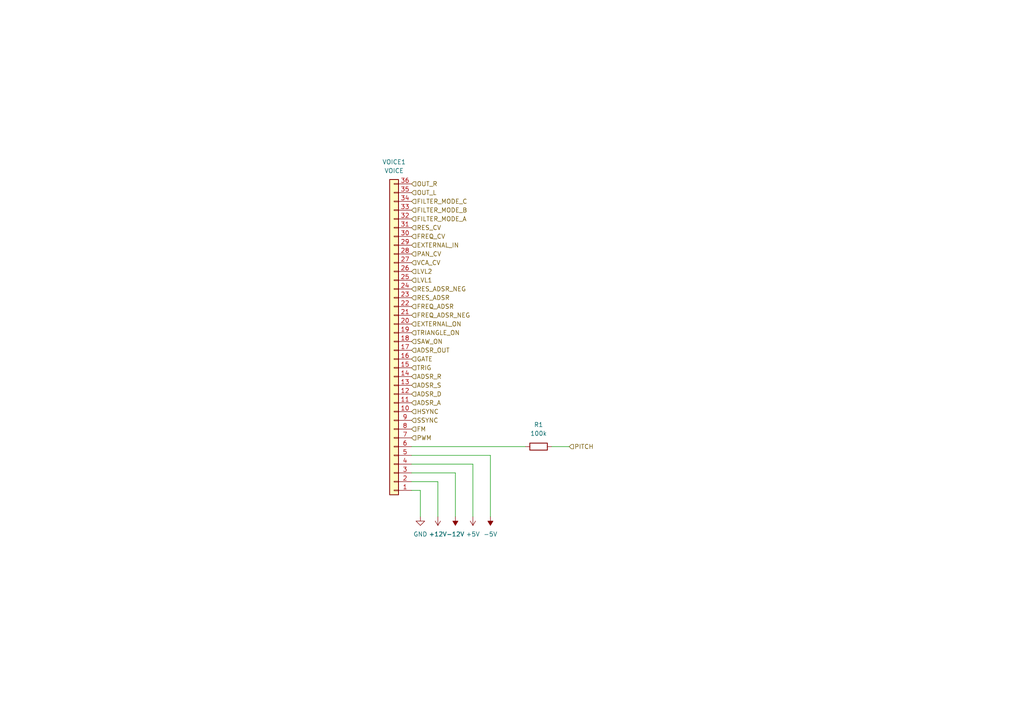
<source format=kicad_sch>
(kicad_sch (version 20230121) (generator eeschema)
  (paper "A4")
  (title_block (title "Polykit-X8 Mainboard") (date "2024-01-14") (rev "v0.0.2") (company "Jan Knipper") (comment 1 "github.com/polykit"))
  (lib_symbols
    (symbol "Connector_Generic:Conn_01x36" (pin_names (offset 1.016) hide)
      (property "Reference" "J" (at 0 45.72 0))
      (property "Value" "Conn_01x36" (at 0 -48.26 0))
      (symbol "Conn_01x36_1_1"
        (rectangle (start -1.27 -45.593) (end 0 -45.847) (stroke (width 0.1524)))
        (rectangle (start -1.27 -43.053) (end 0 -43.307) (stroke (width 0.1524)))
        (rectangle (start -1.27 -40.513) (end 0 -40.767) (stroke (width 0.1524)))
        (rectangle (start -1.27 -37.973) (end 0 -38.227) (stroke (width 0.1524)))
        (rectangle (start -1.27 -35.433) (end 0 -35.687) (stroke (width 0.1524)))
        (rectangle (start -1.27 -32.893) (end 0 -33.147) (stroke (width 0.1524)))
        (rectangle (start -1.27 -30.353) (end 0 -30.607) (stroke (width 0.1524)))
        (rectangle (start -1.27 -27.813) (end 0 -28.067) (stroke (width 0.1524)))
        (rectangle (start -1.27 -25.273) (end 0 -25.527) (stroke (width 0.1524)))
        (rectangle (start -1.27 -22.733) (end 0 -22.987) (stroke (width 0.1524)))
        (rectangle (start -1.27 -20.193) (end 0 -20.447) (stroke (width 0.1524)))
        (rectangle (start -1.27 -17.653) (end 0 -17.907) (stroke (width 0.1524)))
        (rectangle (start -1.27 -15.113) (end 0 -15.367) (stroke (width 0.1524)))
        (rectangle (start -1.27 -12.573) (end 0 -12.827) (stroke (width 0.1524)))
        (rectangle (start -1.27 -10.033) (end 0 -10.287) (stroke (width 0.1524)))
        (rectangle (start -1.27 -7.493) (end 0 -7.747) (stroke (width 0.1524)))
        (rectangle (start -1.27 -4.953) (end 0 -5.207) (stroke (width 0.1524)))
        (rectangle (start -1.27 -2.413) (end 0 -2.667) (stroke (width 0.1524)))
        (rectangle (start -1.27 0.127) (end 0 -0.127) (stroke (width 0.1524)))
        (rectangle (start -1.27 2.667) (end 0 2.413) (stroke (width 0.1524)))
        (rectangle (start -1.27 5.207) (end 0 4.953) (stroke (width 0.1524)))
        (rectangle (start -1.27 7.747) (end 0 7.493) (stroke (width 0.1524)))
        (rectangle (start -1.27 10.287) (end 0 10.033) (stroke (width 0.1524)))
        (rectangle (start -1.27 12.827) (end 0 12.573) (stroke (width 0.1524)))
        (rectangle (start -1.27 15.367) (end 0 15.113) (stroke (width 0.1524)))
        (rectangle (start -1.27 17.907) (end 0 17.653) (stroke (width 0.1524)))
        (rectangle (start -1.27 20.447) (end 0 20.193) (stroke (width 0.1524)))
        (rectangle (start -1.27 22.987) (end 0 22.733) (stroke (width 0.1524)))
        (rectangle (start -1.27 25.527) (end 0 25.273) (stroke (width 0.1524)))
        (rectangle (start -1.27 28.067) (end 0 27.813) (stroke (width 0.1524)))
        (rectangle (start -1.27 30.607) (end 0 30.353) (stroke (width 0.1524)))
        (rectangle (start -1.27 33.147) (end 0 32.893) (stroke (width 0.1524)))
        (rectangle (start -1.27 35.687) (end 0 35.433) (stroke (width 0.1524)))
        (rectangle (start -1.27 38.227) (end 0 37.973) (stroke (width 0.1524)))
        (rectangle (start -1.27 40.767) (end 0 40.513) (stroke (width 0.1524)))
        (rectangle (start -1.27 43.307) (end 0 43.053) (stroke (width 0.1524)))
        (rectangle (start -1.27 44.45) (end 1.27 -46.99) (stroke (width 0.254)) (fill (type background)))
        (pin passive line (at -5.08 43.18 0) (length 3.81) (name "Pin_1") (number "1"))
        (pin passive line (at -5.08 20.32 0) (length 3.81) (name "Pin_10") (number "10"))
        (pin passive line (at -5.08 17.78 0) (length 3.81) (name "Pin_11") (number "11"))
        (pin passive line (at -5.08 15.24 0) (length 3.81) (name "Pin_12") (number "12"))
        (pin passive line (at -5.08 12.7 0) (length 3.81) (name "Pin_13") (number "13"))
        (pin passive line (at -5.08 10.16 0) (length 3.81) (name "Pin_14") (number "14"))
        (pin passive line (at -5.08 7.62 0) (length 3.81) (name "Pin_15") (number "15"))
        (pin passive line (at -5.08 5.08 0) (length 3.81) (name "Pin_16") (number "16"))
        (pin passive line (at -5.08 2.54 0) (length 3.81) (name "Pin_17") (number "17"))
        (pin passive line (at -5.08 0 0) (length 3.81) (name "Pin_18") (number "18"))
        (pin passive line (at -5.08 -2.54 0) (length 3.81) (name "Pin_19") (number "19"))
        (pin passive line (at -5.08 40.64 0) (length 3.81) (name "Pin_2") (number "2"))
        (pin passive line (at -5.08 -5.08 0) (length 3.81) (name "Pin_20") (number "20"))
        (pin passive line (at -5.08 -7.62 0) (length 3.81) (name "Pin_21") (number "21"))
        (pin passive line (at -5.08 -10.16 0) (length 3.81) (name "Pin_22") (number "22"))
        (pin passive line (at -5.08 -12.7 0) (length 3.81) (name "Pin_23") (number "23"))
        (pin passive line (at -5.08 -15.24 0) (length 3.81) (name "Pin_24") (number "24"))
        (pin passive line (at -5.08 -17.78 0) (length 3.81) (name "Pin_25") (number "25"))
        (pin passive line (at -5.08 -20.32 0) (length 3.81) (name "Pin_26") (number "26"))
        (pin passive line (at -5.08 -22.86 0) (length 3.81) (name "Pin_27") (number "27"))
        (pin passive line (at -5.08 -25.4 0) (length 3.81) (name "Pin_28") (number "28"))
        (pin passive line (at -5.08 -27.94 0) (length 3.81) (name "Pin_29") (number "29"))
        (pin passive line (at -5.08 38.1 0) (length 3.81) (name "Pin_3") (number "3"))
        (pin passive line (at -5.08 -30.48 0) (length 3.81) (name "Pin_30") (number "30"))
        (pin passive line (at -5.08 -33.02 0) (length 3.81) (name "Pin_31") (number "31"))
        (pin passive line (at -5.08 -35.56 0) (length 3.81) (name "Pin_32") (number "32"))
        (pin passive line (at -5.08 -38.1 0) (length 3.81) (name "Pin_33") (number "33"))
        (pin passive line (at -5.08 -40.64 0) (length 3.81) (name "Pin_34") (number "34"))
        (pin passive line (at -5.08 -43.18 0) (length 3.81) (name "Pin_35") (number "35"))
        (pin passive line (at -5.08 -45.72 0) (length 3.81) (name "Pin_36") (number "36"))
        (pin passive line (at -5.08 35.56 0) (length 3.81) (name "Pin_4") (number "4"))
        (pin passive line (at -5.08 33.02 0) (length 3.81) (name "Pin_5") (number "5"))
        (pin passive line (at -5.08 30.48 0) (length 3.81) (name "Pin_6") (number "6"))
        (pin passive line (at -5.08 27.94 0) (length 3.81) (name "Pin_7") (number "7"))
        (pin passive line (at -5.08 25.4 0) (length 3.81) (name "Pin_8") (number "8"))
        (pin passive line (at -5.08 22.86 0) (length 3.81) (name "Pin_9") (number "9"))
      )
    )
    (symbol "Device:R" (pin_numbers hide) (pin_names (offset 0))
      (property "Reference" "R" (at 2.032 0 90))
      (property "Value" "R" (at 0 0 90))
      (symbol "R_0_1"
        (rectangle (start -1.016 -2.54) (end 1.016 2.54) (stroke (width 0.254)))
      )
      (symbol "R_1_1"
        (pin passive line (at 0 3.81 270) (length 1.27) (name "~") (number "1"))
        (pin passive line (at 0 -3.81 90) (length 1.27) (name "~") (number "2"))
      )
    )
    (symbol "power:+12V" (power) (pin_names (offset 0))
      (property "Value" "+12V" (at 0 3.556 0))
      (symbol "+12V_0_1"
        (polyline (pts (xy -0.762 1.27) (xy 0 2.54)))
        (polyline (pts (xy 0 0) (xy 0 2.54)))
        (polyline (pts (xy 0 2.54) (xy 0.762 1.27)))
      )
      (symbol "+12V_1_1"
        (pin power_in line (at 0 0 90) (length 0) hide (name "+12V") (number "1"))
      )
    )
    (symbol "power:+5V" (power) (pin_names (offset 0))
      (property "Value" "+5V" (at 0 3.556 0))
      (symbol "+5V_0_1"
        (polyline (pts (xy -0.762 1.27) (xy 0 2.54)))
        (polyline (pts (xy 0 0) (xy 0 2.54)))
        (polyline (pts (xy 0 2.54) (xy 0.762 1.27)))
      )
      (symbol "+5V_1_1"
        (pin power_in line (at 0 0 90) (length 0) hide (name "+5V") (number "1"))
      )
    )
    (symbol "power:-12V" (power) (pin_names (offset 0))
      (property "Value" "-12V" (at 0 3.81 0))
      (symbol "-12V_0_0"
        (pin power_in line (at 0 0 90) (length 0) hide (name "-12V") (number "1"))
      )
      (symbol "-12V_0_1"
        (polyline (pts (xy 0 0) (xy 0 1.27) (xy 0.762 1.27) (xy 0 2.54) (xy -0.762 1.27) (xy 0 1.27)) (fill (type outline)))
      )
    )
    (symbol "power:-5V" (power) (pin_names (offset 0))
      (property "Value" "-5V" (at 0 3.81 0))
      (symbol "-5V_0_0"
        (pin power_in line (at 0 0 90) (length 0) hide (name "-5V") (number "1"))
      )
      (symbol "-5V_0_1"
        (polyline (pts (xy 0 0) (xy 0 1.27) (xy 0.762 1.27) (xy 0 2.54) (xy -0.762 1.27) (xy 0 1.27)) (fill (type outline)))
      )
    )
    (symbol "power:GND" (power) (pin_names (offset 0))
      (property "Value" "GND" (at 0 -3.81 0))
      (symbol "GND_0_1"
        (polyline (pts (xy 0 0) (xy 0 -1.27) (xy 1.27 -1.27) (xy 0 -2.54) (xy -1.27 -1.27) (xy 0 -1.27)))
      )
      (symbol "GND_1_1"
        (pin power_in line (at 0 0 270) (length 0) hide (name "GND") (number "1"))
      )
    )
  )
  (wire (pts (xy 119.38 132.08) (xy 142.24 132.08)))
  (wire (pts (xy 121.92 142.24) (xy 121.92 149.86)))
  (wire (pts (xy 137.16 134.62) (xy 137.16 149.86)))
  (wire (pts (xy 142.24 132.08) (xy 142.24 149.86)))
  (wire (pts (xy 119.38 137.16) (xy 132.08 137.16)))
  (wire (pts (xy 119.38 134.62) (xy 137.16 134.62)))
  (wire (pts (xy 119.38 142.24) (xy 121.92 142.24)))
  (wire (pts (xy 165.1 129.54) (xy 160.02 129.54)))
  (wire (pts (xy 119.38 129.54) (xy 152.4 129.54)))
  (wire (pts (xy 127 139.7) (xy 127 149.86)))
  (wire (pts (xy 119.38 139.7) (xy 127 139.7)))
  (wire (pts (xy 132.08 137.16) (xy 132.08 149.86)))
  (hierarchical_label "EXTERNAL_ON" (shape input) (at 119.38 93.98 0))
  (hierarchical_label "HSYNC" (shape input) (at 119.38 119.38 0))
  (hierarchical_label "FREQ_ADSR_NEG" (shape input) (at 119.38 91.44 0))
  (hierarchical_label "FM" (shape input) (at 119.38 124.46 0))
  (hierarchical_label "RES_ADSR_NEG" (shape input) (at 119.38 83.82 0))
  (hierarchical_label "VCA_CV" (shape input) (at 119.38 76.2 0))
  (hierarchical_label "ADSR_OUT" (shape input) (at 119.38 101.6 0))
  (hierarchical_label "ADSR_D" (shape input) (at 119.38 114.3 0))
  (hierarchical_label "SAW_ON" (shape input) (at 119.38 99.06 0))
  (hierarchical_label "TRIG" (shape input) (at 119.38 106.68 0))
  (hierarchical_label "OUT_R" (shape input) (at 119.38 53.34 0))
  (hierarchical_label "PWM" (shape input) (at 119.38 127 0))
  (hierarchical_label "ADSR_S" (shape input) (at 119.38 111.76 0))
  (hierarchical_label "ADSR_A" (shape input) (at 119.38 116.84 0))
  (hierarchical_label "LVL2" (shape input) (at 119.38 78.74 0))
  (hierarchical_label "RES_ADSR" (shape input) (at 119.38 86.36 0))
  (hierarchical_label "RES_CV" (shape input) (at 119.38 66.04 0))
  (hierarchical_label "FILTER_MODE_A" (shape input) (at 119.38 63.5 0))
  (hierarchical_label "FILTER_MODE_B" (shape input) (at 119.38 60.96 0))
  (hierarchical_label "FREQ_CV" (shape input) (at 119.38 68.58 0))
  (hierarchical_label "PAN_CV" (shape input) (at 119.38 73.66 0))
  (hierarchical_label "LVL1" (shape input) (at 119.38 81.28 0))
  (hierarchical_label "EXTERNAL_IN" (shape input) (at 119.38 71.12 0))
  (hierarchical_label "SSYNC" (shape input) (at 119.38 121.92 0))
  (hierarchical_label "TRIANGLE_ON" (shape input) (at 119.38 96.52 0))
  (hierarchical_label "OUT_L" (shape input) (at 119.38 55.88 0))
  (hierarchical_label "FREQ_ADSR" (shape input) (at 119.38 88.9 0))
  (hierarchical_label "GATE" (shape input) (at 119.38 104.14 0))
  (hierarchical_label "PITCH" (shape input) (at 165.1 129.54 0))
  (hierarchical_label "FILTER_MODE_C" (shape input) (at 119.38 58.42 0))
  (hierarchical_label "ADSR_R" (shape input) (at 119.38 109.22 0))
  (symbol (lib_id "power:GND") (at 121.92 149.86 0) (unit 1)
    (property "Reference" "#PWR05" (effects hide))
    (property "Value" "GND" (at 121.92 154.94 0))
    (instances (project "polykit-x-mainboard" (path "" (reference "#PWR05") (unit 1)) (path "" (reference "#PWR0124") (unit 1)) (path "" (reference "#PWR0109") (unit 1)) (path "" (reference "#PWR0129") (unit 1)) (path "" (reference "#PWR0134") (unit 1)) (path "" (reference "#PWR0114") (unit 1)) (path "" (reference "#PWR0139") (unit 1)) (path "" (reference "#PWR0119") (unit 1))))
  )
  (symbol (lib_id "Connector_Generic:Conn_01x36") (at 114.3 99.06 180) (unit 1)
    (property "Reference" "VOICE1" (at 114.3 46.99 0))
    (property "Value" "VOICE" (at 114.3 49.53 0))
    (property "Footprint" "Connector_PinSocket_2.54mm:PinSocket_1x36_P2.54mm_Vertical" (effects hide))
    (instances (project "polykit-x-mainboard" (path "" (reference "VOICE1") (unit 1)) (path "" (reference "VOICE5") (unit 1)) (path "" (reference "VOICE2") (unit 1)) (path "" (reference "VOICE6") (unit 1)) (path "" (reference "VOICE7") (unit 1)) (path "" (reference "VOICE3") (unit 1)) (path "" (reference "VOICE8") (unit 1)) (path "" (reference "VOICE4") (unit 1))))
  )
  (symbol (lib_id "power:-12V") (at 132.08 149.86 180) (unit 1)
    (property "Reference" "#PWR07" (effects hide))
    (property "Value" "-12V" (at 132.08 154.94 0))
    (instances (project "polykit-x-mainboard" (path "" (reference "#PWR07") (unit 1)) (path "" (reference "#PWR0126") (unit 1)) (path "" (reference "#PWR0111") (unit 1)) (path "" (reference "#PWR0131") (unit 1)) (path "" (reference "#PWR0136") (unit 1)) (path "" (reference "#PWR0116") (unit 1)) (path "" (reference "#PWR0141") (unit 1)) (path "" (reference "#PWR0121") (unit 1))))
  )
  (symbol (lib_id "power:+5V") (at 137.16 149.86 180) (unit 1)
    (property "Reference" "#PWR08" (effects hide))
    (property "Value" "+5V" (at 137.16 154.94 0))
    (instances (project "polykit-x-mainboard" (path "" (reference "#PWR08") (unit 1)) (path "" (reference "#PWR0127") (unit 1)) (path "" (reference "#PWR0112") (unit 1)) (path "" (reference "#PWR0132") (unit 1)) (path "" (reference "#PWR0137") (unit 1)) (path "" (reference "#PWR0117") (unit 1)) (path "" (reference "#PWR0142") (unit 1)) (path "" (reference "#PWR0122") (unit 1))))
  )
  (symbol (lib_id "Device:R") (at 156.21 129.54 90) (unit 1)
    (property "Reference" "R1" (at 156.21 123.19 90))
    (property "Value" "100k" (at 156.21 125.73 90))
    (property "Footprint" "Resistor_SMD:R_1206_3216Metric_Pad1.30x1.75mm_HandSolder" (effects hide))
    (instances (project "polykit-x-mainboard" (path "" (reference "R1") (unit 1)) (path "" (reference "R16") (unit 1)) (path "" (reference "R13") (unit 1)) (path "" (reference "R17") (unit 1)) (path "" (reference "R18") (unit 1)) (path "" (reference "R14") (unit 1)) (path "" (reference "R19") (unit 1)) (path "" (reference "R15") (unit 1))))
  )
  (symbol (lib_id "power:-5V") (at 142.24 149.86 180) (unit 1)
    (property "Reference" "#PWR09" (effects hide))
    (property "Value" "-5V" (at 142.24 154.94 0))
    (instances (project "polykit-x-mainboard" (path "" (reference "#PWR09") (unit 1)) (path "" (reference "#PWR0128") (unit 1)) (path "" (reference "#PWR0113") (unit 1)) (path "" (reference "#PWR0133") (unit 1)) (path "" (reference "#PWR0138") (unit 1)) (path "" (reference "#PWR0118") (unit 1)) (path "" (reference "#PWR0143") (unit 1)) (path "" (reference "#PWR0123") (unit 1))))
  )
  (symbol (lib_id "power:+12V") (at 127 149.86 180) (unit 1)
    (property "Reference" "#PWR06" (effects hide))
    (property "Value" "+12V" (at 127 154.94 0))
    (instances (project "polykit-x-mainboard" (path "" (reference "#PWR06") (unit 1)) (path "" (reference "#PWR0125") (unit 1)) (path "" (reference "#PWR0110") (unit 1)) (path "" (reference "#PWR0130") (unit 1)) (path "" (reference "#PWR0135") (unit 1)) (path "" (reference "#PWR0115") (unit 1)) (path "" (reference "#PWR0140") (unit 1)) (path "" (reference "#PWR0120") (unit 1))))
  )
)
</source>
